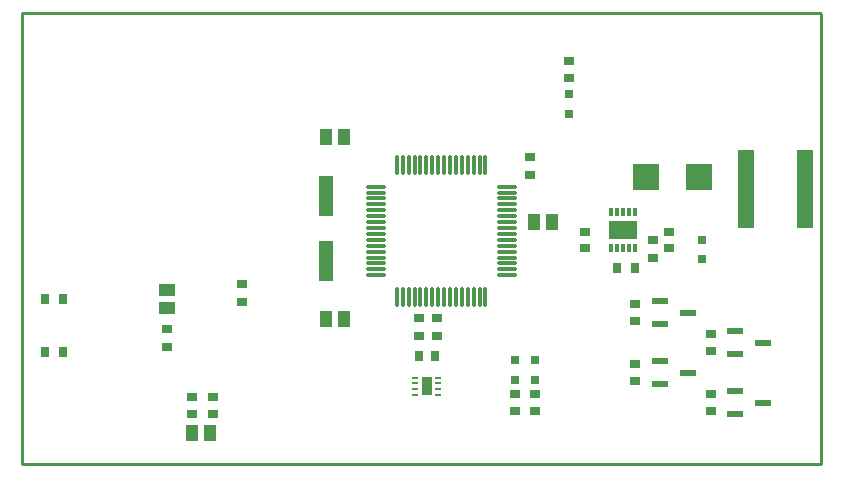
<source format=gtp>
%FSLAX25Y25*%
%MOIN*%
G70*
G01*
G75*
G04 Layer_Color=8421504*
%ADD10R,0.03150X0.03150*%
%ADD11R,0.03543X0.02756*%
%ADD12R,0.04724X0.13780*%
%ADD13R,0.04331X0.05512*%
%ADD14R,0.05512X0.04331*%
%ADD15R,0.02756X0.03543*%
%ADD16O,0.07087X0.01181*%
%ADD17O,0.01181X0.07087*%
%ADD18R,0.05512X0.26378*%
%ADD19R,0.03543X0.03150*%
%ADD20R,0.09055X0.09055*%
%ADD21R,0.09764X0.06102*%
%ADD22R,0.01181X0.02559*%
%ADD23R,0.05709X0.02362*%
%ADD24O,0.02165X0.00984*%
%ADD25R,0.03543X0.05906*%
%ADD26R,0.03150X0.03543*%
%ADD27C,0.01000*%
%ADD28C,0.02000*%
%ADD29C,0.03500*%
%ADD30C,0.05000*%
%ADD31C,0.04000*%
%ADD32C,0.01200*%
%ADD33C,0.01500*%
%ADD34C,0.03000*%
%ADD35C,0.05906*%
%ADD36C,0.08661*%
%ADD37R,0.05906X0.05906*%
%ADD38C,0.06299*%
%ADD39O,0.07874X0.17716*%
%ADD40O,0.07874X0.15748*%
%ADD41O,0.15748X0.07874*%
%ADD42C,0.05906*%
%ADD43R,0.05906X0.05906*%
%ADD44C,0.03000*%
%ADD45C,0.04000*%
%ADD46R,0.10039X0.03347*%
%ADD47R,0.22441X0.22244*%
%ADD48C,0.00984*%
%ADD49C,0.02362*%
%ADD50C,0.00394*%
%ADD51C,0.00787*%
D10*
X354000Y96248D02*
D03*
Y89752D02*
D03*
X309600Y138352D02*
D03*
Y144848D02*
D03*
X298200Y56048D02*
D03*
Y49552D02*
D03*
X291600Y56048D02*
D03*
Y49552D02*
D03*
D11*
X309600Y155953D02*
D03*
Y150047D02*
D03*
X298200Y39047D02*
D03*
Y44953D02*
D03*
X291600Y39047D02*
D03*
Y44953D02*
D03*
X296453Y117874D02*
D03*
Y123779D02*
D03*
X265500Y64374D02*
D03*
Y70280D02*
D03*
X259500Y70280D02*
D03*
Y64374D02*
D03*
X200500Y81453D02*
D03*
Y75547D02*
D03*
X175500Y66453D02*
D03*
Y60547D02*
D03*
X184000Y38047D02*
D03*
Y43953D02*
D03*
X191000Y38047D02*
D03*
Y43953D02*
D03*
X337500Y90291D02*
D03*
Y96197D02*
D03*
X357000Y39047D02*
D03*
Y44953D02*
D03*
X331500Y49047D02*
D03*
Y54953D02*
D03*
X357000Y59047D02*
D03*
Y64953D02*
D03*
X331500Y69047D02*
D03*
Y74953D02*
D03*
D12*
X228500Y110827D02*
D03*
Y89173D02*
D03*
D13*
X228547Y130500D02*
D03*
X234453D02*
D03*
X228547Y70000D02*
D03*
X234453D02*
D03*
X184047Y32000D02*
D03*
X189953D02*
D03*
X298047Y102327D02*
D03*
X303953D02*
D03*
D14*
X175500Y73547D02*
D03*
Y79453D02*
D03*
D15*
X135047Y59000D02*
D03*
X140953D02*
D03*
X135047Y76500D02*
D03*
X140953D02*
D03*
X325547Y86744D02*
D03*
X331453D02*
D03*
D16*
X288803Y92335D02*
D03*
Y88398D02*
D03*
Y90366D02*
D03*
Y94303D02*
D03*
Y84461D02*
D03*
Y86429D02*
D03*
Y96272D02*
D03*
Y98240D02*
D03*
Y100209D02*
D03*
Y102177D02*
D03*
Y104146D02*
D03*
Y106114D02*
D03*
Y108083D02*
D03*
Y110051D02*
D03*
Y112020D02*
D03*
Y113988D02*
D03*
X245102D02*
D03*
Y112020D02*
D03*
Y110051D02*
D03*
Y108083D02*
D03*
Y106114D02*
D03*
Y104146D02*
D03*
Y102177D02*
D03*
Y100209D02*
D03*
Y98240D02*
D03*
Y96272D02*
D03*
Y94303D02*
D03*
Y92335D02*
D03*
Y90366D02*
D03*
Y88398D02*
D03*
Y86429D02*
D03*
Y84461D02*
D03*
D17*
X281716Y121075D02*
D03*
X279748D02*
D03*
X277780D02*
D03*
X275811D02*
D03*
X273843D02*
D03*
X271874D02*
D03*
X269905D02*
D03*
X267937D02*
D03*
X265968D02*
D03*
X264000D02*
D03*
X262032D02*
D03*
X260063D02*
D03*
X258095D02*
D03*
X256126D02*
D03*
X254157D02*
D03*
X252189D02*
D03*
Y77374D02*
D03*
X258095D02*
D03*
X260063D02*
D03*
X262032D02*
D03*
X264000D02*
D03*
X265968D02*
D03*
X267937D02*
D03*
X269905D02*
D03*
X271874D02*
D03*
X273843D02*
D03*
X275811D02*
D03*
X277780D02*
D03*
X279748D02*
D03*
X281716D02*
D03*
X254157D02*
D03*
X256126D02*
D03*
D18*
X388342Y113244D02*
D03*
X368657D02*
D03*
D19*
X343000Y93488D02*
D03*
Y99000D02*
D03*
X315000Y93488D02*
D03*
Y99000D02*
D03*
D20*
X335142Y117244D02*
D03*
X352858D02*
D03*
D21*
X327500Y99500D02*
D03*
D22*
X331437Y93398D02*
D03*
X329468D02*
D03*
X327500D02*
D03*
X325532D02*
D03*
X323563D02*
D03*
Y105602D02*
D03*
X325532D02*
D03*
X327500D02*
D03*
X329468D02*
D03*
X331437D02*
D03*
D23*
X364874Y45740D02*
D03*
Y38260D02*
D03*
X374126Y42000D02*
D03*
X339874Y55740D02*
D03*
Y48260D02*
D03*
X349126Y52000D02*
D03*
X364874Y65740D02*
D03*
Y58260D02*
D03*
X374126Y62000D02*
D03*
X339874Y75740D02*
D03*
Y68260D02*
D03*
X349126Y72000D02*
D03*
D24*
X258361Y50353D02*
D03*
Y48384D02*
D03*
Y46416D02*
D03*
Y44447D02*
D03*
X266039D02*
D03*
Y46416D02*
D03*
Y48384D02*
D03*
Y50353D02*
D03*
D25*
X262200Y47400D02*
D03*
D26*
X264956Y57600D02*
D03*
X259444D02*
D03*
D27*
X127200Y21600D02*
Y172000D01*
X127100Y21500D02*
X127200Y21600D01*
X127100Y21500D02*
X393400D01*
X393500Y21600D01*
Y171600D01*
X393100Y172000D02*
X393500Y171600D01*
X127200Y172000D02*
X393100D01*
M02*

</source>
